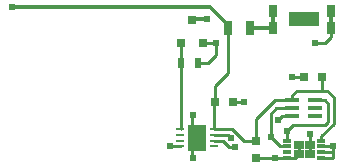
<source format=gtl>
G04 #@! TF.FileFunction,Copper,L1,Top,Signal*
%FSLAX46Y46*%
G04 Gerber Fmt 4.6, Leading zero omitted, Abs format (unit mm)*
G04 Created by KiCad (PCBNEW 4.0.1-3.201512221402+6198~38~ubuntu14.04.1-stable) date Wed 27 Jan 2016 01:24:07 PM EST*
%MOMM*%
G01*
G04 APERTURE LIST*
%ADD10C,0.100000*%
%ADD11R,0.700000X0.280000*%
%ADD12R,1.600000X2.250000*%
%ADD13R,0.500000X0.900000*%
%ADD14R,0.800000X0.750000*%
%ADD15R,0.750000X0.800000*%
%ADD16R,1.200000X0.400000*%
%ADD17R,0.750000X0.300000*%
%ADD18R,0.875000X0.725000*%
%ADD19R,0.700000X1.300000*%
%ADD20R,0.800100X0.800100*%
%ADD21R,0.750000X1.000000*%
%ADD22R,2.500000X1.200000*%
%ADD23C,0.620000*%
%ADD24C,0.320000*%
%ADD25C,0.240000*%
G04 APERTURE END LIST*
D10*
D11*
X166050000Y-108250000D03*
X166050000Y-108750000D03*
X166050000Y-109250000D03*
X166050000Y-109750000D03*
X168950000Y-109750000D03*
X168950000Y-109250000D03*
X168950000Y-108750000D03*
X168950000Y-108250000D03*
D12*
X167500000Y-109000000D03*
D13*
X166100000Y-102650000D03*
X167600000Y-102650000D03*
D14*
X178050000Y-103900000D03*
X176550000Y-103900000D03*
X169000000Y-106000000D03*
X170500000Y-106000000D03*
D15*
X172500000Y-109250000D03*
X172500000Y-110750000D03*
D16*
X175550000Y-105850000D03*
X175550000Y-106500000D03*
X175550000Y-107150000D03*
X177450000Y-107150000D03*
X177450000Y-106500000D03*
X177460000Y-105850000D03*
D17*
X175112500Y-109250000D03*
X175112500Y-109750000D03*
X175112500Y-110250000D03*
X175112500Y-110750000D03*
X178012500Y-110750000D03*
X178012500Y-110250000D03*
X178012500Y-109750000D03*
X178012500Y-109250000D03*
D18*
X177000000Y-110362500D03*
X177000000Y-109637500D03*
X176125000Y-110362500D03*
X176125000Y-109637500D03*
D19*
X170100000Y-99750000D03*
X172000000Y-99750000D03*
D20*
X166100000Y-101000000D03*
X168000000Y-101000000D03*
X167050000Y-99001020D03*
D21*
X173890000Y-98250000D03*
X173890000Y-99750000D03*
X178790000Y-98250000D03*
X178790000Y-99750000D03*
D22*
X176500000Y-99000000D03*
D23*
X151800000Y-97950000D03*
X167100000Y-110750000D03*
X165200000Y-109750000D03*
X167100000Y-107100000D03*
X177000000Y-108700000D03*
X171450000Y-106000000D03*
X175550000Y-103900000D03*
X169050000Y-101000000D03*
X174100000Y-110750000D03*
X174300000Y-107500000D03*
X179000000Y-109750000D03*
X177500000Y-101000000D03*
X168350000Y-99000000D03*
X176500000Y-99000000D03*
X170382800Y-109017200D03*
X175112500Y-108437500D03*
X170650000Y-109800000D03*
X173700000Y-108952500D03*
D24*
X154600000Y-97950000D02*
X151800000Y-97950000D01*
X168600000Y-97950000D02*
X154600000Y-97950000D01*
X170100000Y-99750000D02*
X170100000Y-99450000D01*
X170100000Y-99450000D02*
X168600000Y-97950000D01*
D25*
X170100000Y-103550000D02*
X169000000Y-104650000D01*
X169000000Y-104650000D02*
X169000000Y-106000000D01*
X170100000Y-99750000D02*
X170100000Y-103550000D01*
X168900000Y-108250000D02*
X168900000Y-106100000D01*
X168900000Y-106100000D02*
X169000000Y-106000000D01*
X179050000Y-105600000D02*
X179050000Y-107822500D01*
X179050000Y-107822500D02*
X178012500Y-108860000D01*
X174050000Y-105850000D02*
X172500000Y-107400000D01*
X172500000Y-107400000D02*
X172500000Y-109250000D01*
X175910000Y-105050000D02*
X178050000Y-105050000D01*
X178050000Y-105050000D02*
X178500000Y-105050000D01*
X178050000Y-103900000D02*
X178050000Y-104515000D01*
X178050000Y-104515000D02*
X178050000Y-105050000D01*
X178012500Y-108860000D02*
X178012500Y-109250000D01*
X178500000Y-105050000D02*
X179050000Y-105600000D01*
X175550000Y-105850000D02*
X175550000Y-105410000D01*
X175550000Y-105410000D02*
X175910000Y-105050000D01*
X174050000Y-105850000D02*
X175550000Y-105850000D01*
X168900000Y-108250000D02*
X170450000Y-108250000D01*
X170450000Y-108250000D02*
X171450000Y-109250000D01*
X171450000Y-109250000D02*
X172500000Y-109250000D01*
X167085000Y-109595000D02*
X167085000Y-110735000D01*
X167085000Y-110735000D02*
X167100000Y-110750000D01*
X167085000Y-109595000D02*
X167915000Y-109595000D01*
X167085000Y-108405000D02*
X167915000Y-108405000D01*
X176125000Y-109637500D02*
X176125000Y-110362500D01*
X177000000Y-109637500D02*
X177000000Y-110362500D01*
X166100000Y-109750000D02*
X165200000Y-109750000D01*
X167085000Y-108405000D02*
X167085000Y-107115000D01*
X167085000Y-107115000D02*
X167100000Y-107100000D01*
X177000000Y-109637500D02*
X177000000Y-108700000D01*
X170500000Y-106000000D02*
X171450000Y-106000000D01*
X168400000Y-102650000D02*
X169050000Y-102000000D01*
X169050000Y-102000000D02*
X169050000Y-101000000D01*
X167600000Y-102650000D02*
X168400000Y-102650000D01*
X176550000Y-103900000D02*
X175550000Y-103900000D01*
X168000000Y-101000000D02*
X169050000Y-101000000D01*
X176125000Y-110362500D02*
X175737500Y-110750000D01*
X175737500Y-110750000D02*
X175112500Y-110750000D01*
X172500000Y-110750000D02*
X174100000Y-110750000D01*
X175112500Y-110750000D02*
X174100000Y-110750000D01*
X175550000Y-107150000D02*
X174650000Y-107150000D01*
X174650000Y-107150000D02*
X174300000Y-107500000D01*
X178950000Y-110750000D02*
X179000000Y-110700000D01*
X179000000Y-110700000D02*
X179000000Y-109750000D01*
X178012500Y-110750000D02*
X178950000Y-110750000D01*
X178012500Y-110250000D02*
X178950000Y-110250000D01*
X178950000Y-110250000D02*
X179000000Y-110200000D01*
X179000000Y-110200000D02*
X179000000Y-109750000D01*
X178012500Y-109750000D02*
X179000000Y-109750000D01*
D24*
X173890000Y-98250000D02*
X173890000Y-99750000D01*
X172000000Y-99750000D02*
X173890000Y-99750000D01*
D25*
X178280000Y-101000000D02*
X177500000Y-101000000D01*
X178790000Y-99750000D02*
X178790000Y-100490000D01*
X178790000Y-100490000D02*
X178280000Y-101000000D01*
D24*
X168350000Y-99000000D02*
X167051020Y-99000000D01*
X167051020Y-99000000D02*
X167050000Y-99001020D01*
X178790000Y-98250000D02*
X178790000Y-99750000D01*
D25*
X170382800Y-109017200D02*
X170115600Y-108750000D01*
X170115600Y-108750000D02*
X168900000Y-108750000D01*
X177460000Y-105850000D02*
X178300000Y-105850000D01*
X178300000Y-105850000D02*
X178600000Y-106150000D01*
X178600000Y-106150000D02*
X178600000Y-107650000D01*
X178600000Y-107650000D02*
X178300000Y-107950000D01*
X178300000Y-107950000D02*
X175600000Y-107950000D01*
X175600000Y-107950000D02*
X175112500Y-108437500D01*
X175112500Y-108437500D02*
X175112500Y-109250000D01*
X170650000Y-109800000D02*
X170211594Y-109800000D01*
X170211594Y-109800000D02*
X169661594Y-109250000D01*
X169661594Y-109250000D02*
X169490000Y-109250000D01*
X169490000Y-109250000D02*
X168900000Y-109250000D01*
X173700000Y-107000000D02*
X174200000Y-106500000D01*
X174200000Y-106500000D02*
X175550000Y-106500000D01*
X173700000Y-108952500D02*
X173700000Y-107000000D01*
X175112500Y-109750000D02*
X174497500Y-109750000D01*
X174497500Y-109750000D02*
X173700000Y-108952500D01*
X166100000Y-108250000D02*
X166100000Y-102650000D01*
X166100000Y-102650000D02*
X166100000Y-101000000D01*
M02*

</source>
